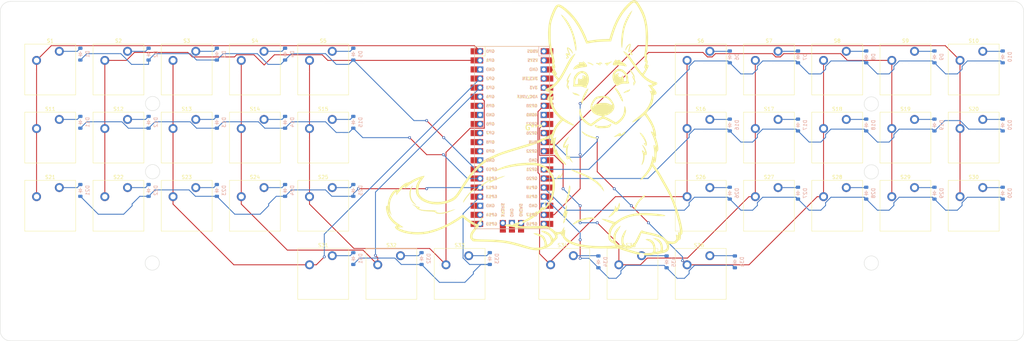
<source format=kicad_pcb>
(kicad_pcb (version 20221018) (generator pcbnew)
  (layers (0 "F.Cu" signal) (31 "B.Cu" signal) (34 "B.Paste" user) (35 "F.Paste" user) (36 "B.SilkS" user "B.Silkscreen") (37 "F.SilkS" user "F.Silkscreen") (38 "B.Mask" user) (39 "F.Mask" user) (44 "Edge.Cuts" user))
  (net 0 "")
  (net 1 "Row 0")
  (net 2 "Net-(D1-A)")
  (net 3 "Net-(D2-A)")
  (net 4 "Net-(D3-A)")
  (net 5 "Net-(D4-A)")
  (net 6 "Net-(D5-A)")
  (net 7 "Net-(D6-A)")
  (net 8 "Net-(D7-A)")
  (net 9 "Net-(D8-A)")
  (net 10 "Net-(D9-A)")
  (net 11 "Net-(D10-A)")
  (net 12 "Row 1")
  (net 13 "Net-(D11-A)")
  (net 14 "Net-(D12-A)")
  (net 15 "Net-(D13-A)")
  (net 16 "Net-(D14-A)")
  (net 17 "Net-(D15-A)")
  (net 18 "Net-(D16-A)")
  (net 19 "Net-(D17-A)")
  (net 20 "Net-(D18-A)")
  (net 21 "Net-(D19-A)")
  (net 22 "Net-(D20-A)")
  (net 23 "Row 2")
  (net 24 "Net-(D21-A)")
  (net 25 "Net-(D22-A)")
  (net 26 "Net-(D23-A)")
  (net 27 "Net-(D24-A)")
  (net 28 "Net-(D25-A)")
  (net 29 "Net-(D26-A)")
  (net 30 "Net-(D27-A)")
  (net 31 "Net-(D28-A)")
  (net 32 "Net-(D29-A)")
  (net 33 "Net-(D30-A)")
  (net 34 "Row 3")
  (net 35 "Net-(D31-A)")
  (net 36 "Net-(D32-A)")
  (net 37 "Net-(D33-A)")
  (net 38 "Net-(D34-A)")
  (net 39 "Net-(D35-A)")
  (net 40 "Net-(D36-A)")
  (net 41 "Col 0")
  (net 42 "Col 1")
  (net 43 "Col 2")
  (net 44 "Col 3")
  (net 45 "Col 4")
  (net 46 "Col 5")
  (net 47 "Col 6")
  (net 48 "Col 7")
  (net 49 "Col 8")
  (net 50 "Col 9")
  (net 51 "Row 4")
  (net 52 "Row 5")
  (net 53 "Row 6")
  (net 54 "Row 7")
  (footprint "ScottoKeebs_MX:MX_PCB_1.00u" (layer "F.Cu") (at 290.83 295.275)
    (fp_text reference "S35")
    (fp_text value "Keyswitch")
  )
  (footprint "ScottoKeebs_MX:MX_PCB_1.00u" (layer "F.Cu") (at 147.32 257.175)
    (fp_text reference "S12")
    (fp_text value "Keyswitch")
  )
  (footprint "ScottoKeebs_MX:MX_PCB_1.00u" (layer "F.Cu") (at 367.03 276.225)
    (fp_text reference "S29")
    (fp_text value "Keyswitch")
  )
  (footprint "ScottoKeebs_MX:MX_PCB_1.00u" (layer "F.Cu") (at 271.78 295.275)
    (fp_text reference "S34")
    (fp_text value "Keyswitch")
  )
  (footprint "ScottoKeebs_MX:MX_PCB_1.00u" (layer "F.Cu") (at 328.93 238.125)
    (fp_text reference "S7")
    (fp_text value "Keyswitch")
  )
  (footprint "ScottoKeebs_MX:MX_PCB_1.00u" (layer "F.Cu") (at 347.98 238.125)
    (fp_text reference "S8")
    (fp_text value "Keyswitch")
  )
  (footprint "ScottoKeebs_MX:MX_PCB_1.00u" (layer "F.Cu") (at 128.27 238.125)
    (fp_text reference "S1")
    (fp_text value "Keyswitch")
  )
  (footprint "ScottoKeebs_MX:MX_PCB_1.00u" (layer "F.Cu") (at 328.93 257.175)
    (fp_text reference "S17")
    (fp_text value "Keyswitch")
  )
  (footprint "ScottoKeebs_MX:MX_PCB_1.00u" (layer "F.Cu") (at 147.32 276.225)
    (fp_text reference "S22")
    (fp_text value "Keyswitch")
  )
  (footprint "ScottoKeebs_MX:MX_PCB_1.00u" (layer "F.Cu") (at 128.27 257.175)
    (fp_text reference "S11")
    (fp_text value "Keyswitch")
  )
  (footprint "ScottoKeebs_MX:MX_PCB_1.00u" (layer "F.Cu") (at 185.42 276.225)
    (fp_text reference "S24")
    (fp_text value "Keyswitch")
  )
  (footprint "ScottoKeebs_MX:MX_PCB_1.00u" (layer "F.Cu") (at 328.93 276.225)
    (fp_text reference "S27")
    (fp_text value "Keyswitch")
  )
  (footprint "ScottoKeebs_MX:MX_PCB_1.00u" (layer "F.Cu") (at 185.42 257.175)
    (fp_text reference "S14")
    (fp_text value "Keyswitch")
  )
  (footprint "ScottoKeebs_MX:MX_PCB_1.00u" (layer "F.Cu") (at 309.88 276.225)
    (fp_text reference "S26")
    (fp_text value "Keyswitch")
  )
  (footprint "ScottoKeebs_MX:MX_PCB_1.00u" (layer "F.Cu") (at 204.47 257.175)
    (fp_text reference "S15")
    (fp_text value "Keyswitch")
  )
  (footprint "ScottoKeebs_MCU:Raspberry_Pi_Pico" (layer "F.Cu") (at 257.175 257.175)
    (fp_text reference "U2" hide)
    (fp_text value "Raspberry_Pi_Pico" hide)
  )
  (footprint "ScottoKeebs_MX:MX_PCB_1.00u" (layer "F.Cu") (at 309.88 295.275)
    (fp_text reference "S36")
    (fp_text value "Keyswitch")
  )
  (footprint "ScottoKeebs_MX:MX_PCB_1.00u" (layer "F.Cu") (at 147.32 238.125)
    (fp_text reference "S2")
    (fp_text value "Keyswitch")
  )
  (footprint "ScottoKeebs_MX:MX_PCB_1.00u" (layer "F.Cu") (at 128.27 276.225)
    (fp_text reference "S21")
    (fp_text value "Keyswitch")
  )
  (footprint "ScottoKeebs_MX:MX_PCB_1.00u" (layer "F.Cu") (at 166.37 238.125)
    (fp_text reference "S3")
    (fp_text value "Keyswitch")
  )
  (footprint "graphics:gsd" (layer "F.Cu") (at 263.3 254.35)
    (fp_text reference "G***")
    (fp_text value "LOGO" hide)
  )
  (footprint "ScottoKeebs_MX:MX_PCB_1.00u" (layer "F.Cu") (at 386.08 276.225)
    (fp_text reference "S30")
    (fp_text value "Keyswitch")
  )
  (footprint "ScottoKeebs_MX:MX_PCB_1.00u" (layer "F.Cu") (at 185.42 238.125)
    (fp_text reference "S4")
    (fp_text value "Keyswitch")
  )
  (footprint "ScottoKeebs_MX:MX_PCB_1.00u" (layer "F.Cu") (at 309.88 257.175)
    (fp_text reference "S16")
    (fp_text value "Keyswitch")
  )
  (footprint "ScottoKeebs_MX:MX_PCB_1.00u" (layer "F.Cu") (at 166.37 257.175)
    (fp_text reference "S13")
    (fp_text value "Keyswitch")
  )
  (footprint "ScottoKeebs_MX:MX_PCB_1.00u" (layer "F.Cu") (at 347.98 276.225)
    (fp_text reference "S28")
    (fp_text value "Keyswitch")
  )
  (footprint "ScottoKeebs_MX:MX_PCB_1.00u" (layer "F.Cu") (at 347.98 257.175)
    (fp_text reference "S18")
    (fp_text value "Keyswitch")
  )
  (footprint "ScottoKeebs_MX:MX_PCB_1.00u" (layer "F.Cu") (at 223.52 295.275)
    (fp_text reference "S32")
    (fp_text value "Keyswitch")
  )
  (footprint "ScottoKeebs_MX:MX_PCB_1.00u" (layer "F.Cu") (at 204.47 238.125)
    (fp_text reference "S5")
    (fp_text value "Keyswitch")
  )
  (footprint "ScottoKeebs_MX:MX_PCB_1.00u" (layer "F.Cu") (at 386.08 238.125)
    (fp_text reference "S10")
    (fp_text value "Keyswitch")
  )
  (footprint "ScottoKeebs_MX:MX_PCB_1.00u" (layer "F.Cu") (at 204.47 295.275)
    (fp_text reference "S31")
    (fp_text value "Keyswitch")
  )
  (footprint "ScottoKeebs_MX:MX_PCB_1.00u" (layer "F.Cu") (at 166.37 276.225)
    (fp_text reference "S23")
    (fp_text value "Keyswitch")
  )
  (footprint "ScottoKeebs_MX:MX_PCB_1.00u" (layer "F.Cu") (at 367.03 257.175)
    (fp_text reference "S19")
    (fp_text value "Keyswitch")
  )
  (footprint "ScottoKeebs_MX:MX_PCB_1.00u" (layer "F.Cu") (at 309.88 238.125)
    (fp_text reference "S6")
    (fp_text value "Keyswitch")
  )
  (footprint "ScottoKeebs_MX:MX_PCB_1.00u" (layer "F.Cu") (at 242.57 295.275)
    (fp_text reference "S33")
    (fp_text value "Keyswitch")
  )
  (footprint "ScottoKeebs_MX:MX_PCB_1.00u" (layer "F.Cu") (at 386.08 257.175)
    (fp_text reference "S20")
    (fp_text value "Keyswitch")
  )
  (footprint "ScottoKeebs_MX:MX_PCB_1.00u" (layer "F.Cu") (at 367.03 238.125)
    (fp_text reference "S9")
    (fp_text value "Keyswitch")
  )
  (footprint "ScottoKeebs_MX:MX_PCB_1.00u" (layer "F.Cu") (at 204.47 276.225)
    (fp_text reference "S25")
    (fp_text value "Keyswitch")
  )
  (footprint "ScottoKeebs_Components:Diode_SOD-123" (layer "B.Cu") (at 155.73375 252.88875 90)
    (fp_text reference "D12")
    (fp_text value "Diode")
  )
  (footprint "ScottoKeebs_Components:Diode_SOD-123" (layer "B.Cu") (at 212.88375 290.98875 90)
    (fp_text reference "D31")
    (fp_text value "Diode")
  )
  (footprint "ScottoKeebs_Components:Diode_SOD-123" (layer "B.Cu") (at 356.07625 234.60375 90)
    (fp_text reference "D8")
    (fp_text value "Diode")
  )
  (footprint "ScottoKeebs_Components:Diode_SOD-123" (layer "B.Cu") (at 356.07625 272.70375 90)
    (fp_text reference "D28")
    (fp_text value "Diode")
  )
  (footprint "ScottoKeebs_Components:Diode_SOD-123" (layer "B.Cu") (at 193.83375 252.88875 90)
    (fp_text reference "D14")
    (fp_text value "Diode")
  )
  (footprint "ScottoKeebs_Components:Diode_SOD-123" (layer "B.Cu") (at 375.12625 234.60375 90)
    (fp_text reference "D9")
    (fp_text value "Diode")
  )
  (footprint "ScottoKeebs_Components:Diode_SOD-123" (layer "B.Cu") (at 319.405 291.9125 90)
    (fp_text reference "D36")
    (fp_text value "Diode")
  )
  (footprint "ScottoKeebs_Components:Diode_SOD-123" (layer "B.Cu") (at 394.17625 234.60375 90)
    (fp_text reference "D10")
    (fp_text value "Diode")
  )
  (footprint "ScottoKeebs_Components:Diode_SOD-123" (layer "B.Cu") (at 136.68375 271.93875 90)
    (fp_text reference "D21")
    (fp_text value "Diode")
  )
  (footprint "ScottoKeebs_Components:Diode_SOD-123" (layer "B.Cu") (at 317.97625 272.70375 90)
    (fp_text reference "D26")
    (fp_text value "Diode")
  )
  (footprint "ScottoKeebs_Components:Diode_SOD-123" (layer "B.Cu") (at 155.73375 233.83875 90)
    (fp_text reference "D2")
    (fp_text value "Diode")
  )
  (footprint "ScottoKeebs_Components:Diode_SOD-123" (layer "B.Cu") (at 174.78375 271.93875 90)
    (fp_text reference "D23")
    (fp_text value "Diode")
  )
  (footprint "ScottoKeebs_Components:Diode_SOD-123" (layer "B.Cu") (at 193.83375 233.83875 90)
    (fp_text reference "D4")
    (fp_text value "Diode")
  )
  (footprint "ScottoKeebs_Components:Diode_SOD-123" (layer "B.Cu") (at 337.02625 272.70375 90)
    (fp_text reference "D27")
    (fp_text value "Diode")
  )
  (footprint "ScottoKeebs_Components:Diode_SOD-123" (layer "B.Cu") (at 136.68375 252.88875 90)
    (fp_text reference "D11")
    (fp_text value "Diode")
  )
  (footprint "ScottoKeebs_Components:Diode_SOD-123" (layer "B.Cu") (at 394.17625 253.65375 90)
    (fp_text reference "D20")
    (fp_text value "Diode")
  )
  (footprint "ScottoKeebs_Components:Diode_SOD-123" (layer "B.Cu") (at 337.02625 253.65375 90)
    (fp_text reference "D17")
    (fp_text value "Diode")
  )
  (footprint "ScottoKeebs_Components:Diode_SOD-123" (layer "B.Cu") (at 337.02625 234.60375 90)
    (fp_text reference "D7")
    (fp_text value "Diode")
  )
  (footprint "ScottoKeebs_Components:Diode_SOD-123" (layer "B.Cu") (at 212.88375 233.83875 90)
    (fp_text reference "D5")
    (fp_text value "Diode")
  )
  (footprint "ScottoKeebs_Components:Diode_SOD-123" (layer "B.Cu") (at 300.355 291.9125 90)
    (fp_text reference "D35")
    (fp_text value "Diode")
  )
  (footprint "ScottoKeebs_Components:Diode_SOD-123" (layer "B.Cu") (at 212.88375 252.88875 90)
    (fp_text reference "D15")
    (fp_text value "Diode")
  )
  (footprint "ScottoKeebs_Components:Diode_SOD-123" (layer "B.Cu") (at 394.17625 272.70375 90)
    (fp_text reference "D30")
    (fp_text value "Diode")
  )
  (footprint "ScottoKeebs_Components:Diode_SOD-123" (layer "B.Cu") (at 193.83375 271.93875 90)
    (fp_text reference "D24")
    (fp_text value "Diode")
  )
  (footprint "ScottoKeebs_Components:Diode_SOD-123" (layer "B.Cu") (at 155.73375 271.93875 90)
    (fp_text reference "D22")
    (fp_text value "Diode")
  )
  (footprint "ScottoKeebs_Components:Diode_SOD-123" (layer "B.Cu") (at 317.97625 234.60375 90)
    (fp_text reference "D6")
    (fp_text value "Diode")
  )
  (footprint "ScottoKeebs_Components:Diode_SOD-123" (layer "B.Cu") (at 281.305 291.9125 90)
    (fp_text reference "D34")
    (fp_text value "Diode")
  )
  (footprint "ScottoKeebs_Components:Diode_SOD-123" (layer "B.Cu") (at 212.88375 271.93875 90)
    (fp_text reference "D25")
    (fp_text value "Diode")
  )
  (footprint "ScottoKeebs_Components:Diode_SOD-123" (layer "B.Cu") (at 174.78375 252.88875 90)
    (fp_text reference "D13")
    (fp_text value "Diode")
  )
  (footprint "ScottoKeebs_Components:Diode_SOD-123" (layer "B.Cu") (at 136.68375 233.83875 90)
    (fp_text reference "D1")
    (fp_text value "Diode")
  )
  (footprint "ScottoKeebs_Components:Diode_SOD-123" (layer "B.Cu") (at 174.78375 233.83875 90)
    (fp_text reference "D3")
    (fp_text value "Diode")
  )
  (footprint "ScottoKeebs_Components:Diode_SOD-123" (layer "B.Cu") (at 231.93375 290.98875 90)
    (fp_text reference "D32")
    (fp_text value "Diode")
  )
  (footprint "ScottoKeebs_Components:Diode_SOD-123" (layer "B.Cu") (at 356.07625 253.65375 90)
    (fp_text reference "D18")
    (fp_text value "Diode")
  )
  (footprint "ScottoKeebs_Components:Diode_SOD-123" (layer "B.Cu") (at 375.12625 253.65375 90)
    (fp_text reference "D19")
    (fp_text value "Diode")
  )
  (footprint "ScottoKeebs_Components:Diode_SOD-123" (layer "B.Cu") (at 375.12625 272.70375 90)
    (fp_text reference "D29")
    (fp_text value "Diode")
  )
  (footprint "ScottoKeebs_Components:Diode_SOD-123" (layer "B.Cu") (at 250.98375 290.98875 90)
    (fp_text reference "D33")
    (fp_text value "Diode")
  )
  (footprint "ScottoKeebs_Components:Diode_SOD-123" (layer "B.Cu") (at 317.97625 253.65375 90)
    (fp_text reference "D16")
    (fp_text value "Diode")
  )
  (gr_circle (center 156.845 266.7) (end 158.845 266.7) (stroke (width 0.1)) (fill none) (layer "Edge.Cuts"))
  (gr_circle (center 357.5 292.25) (end 359.5 292.25) (stroke (width 0.1)) (fill none) (layer "Edge.Cuts"))
  (gr_arc (start 397.15 219.05) (mid 399.20061 219.89939) (end 400.05 221.95) (stroke (width 0.1)) (layer "Edge.Cuts"))
  (gr_line (start 400.05 221.95) (end 400.1 311.1) (stroke (width 0.1)) (layer "Edge.Cuts"))
  (gr_circle (center 156.75 292.25) (end 158.75 292.25) (stroke (width 0.1)) (fill none) (layer "Edge.Cuts"))
  (gr_line (start 117.2 219.1) (end 397.15 219.05) (stroke (width 0.1)) (layer "Edge.Cuts"))
  (gr_line (start 114.3 311.1) (end 114.3 222) (stroke (width 0.1)) (layer "Edge.Cuts"))
  (gr_circle (center 156.845 247.65) (end 158.845 247.65) (stroke (width 0.1)) (fill none) (layer "Edge.Cuts"))
  (gr_arc (start 117.2 314) (mid 115.14939 313.15061) (end 114.3 311.1) (stroke (width 0.1)) (layer "Edge.Cuts"))
  (gr_line (start 397.2 314) (end 117.2 314) (stroke (width 0.1)) (layer "Edge.Cuts"))
  (gr_circle (center 357.5 266.75) (end 359.5 266.75) (stroke (width 0.1)) (fill none) (layer "Edge.Cuts"))
  (gr_arc (start 114.3 222) (mid 115.14939 219.94939) (end 117.2 219.1) (stroke (width 0.1)) (layer "Edge.Cuts"))
  (gr_arc (start 400.1 311.1) (mid 399.25061 313.15061) (end 397.2 314) (stroke (width 0.1)) (layer "Edge.Cuts"))
  (gr_circle (center 357.5 247.75) (end 359.5 247.75) (stroke (width 0.1)) (fill none) (layer "Edge.Cuts"))
  (segment (start 233.3625 252.4125) (end 238.125 257.175) (width 0.25) (layer "F.Cu") (net 1))
  (via (at 238.125 257.175) (size 0.8) (drill 0.4) (layers "F.Cu" "B.Cu") (net 1))
  (via (at 233.3625 252.4125) (size 0.8) (drill 0.4) (layers "F.Cu" "B.Cu") (net 1))
  (segment (start 155.73375 235.48875) (end 157.525113 233.697387) (width 0.25) (layer "B.Cu") (net 1))
  (segment (start 229.8075 252.4125) (end 233.3625 252.4125) (width 0.25) (layer "B.Cu") (net 1))
  (segment (start 136.68375 235.48875) (end 138.475113 233.697387) (width 0.25) (layer "B.Cu") (net 1))
  (segment (start 147.972387 233.697387) (end 150.97125 236.69625) (width 0.25) (layer "B.Cu") (net 1))
  (segment (start 169.126363 235.48875) (end 174.78375 235.48875) (width 0.25) (layer "B.Cu") (net 1))
  (segment (start 176.575113 233.697387) (end 186.072387 233.697387) (width 0.25) (layer "B.Cu") (net 1))
  (segment (start 157.525113 233.697387) (end 167.335 233.697387) (width 0.25) (layer "B.Cu") (net 1))
  (segment (start 193.83375 235.48875) (end 195.625113 233.697387) (width 0.25) (layer "B.Cu") (net 1))
  (segment (start 208.12125 236.69625) (end 211.67625 236.69625) (width 0.25) (layer "B.Cu") (net 1))
  (segment (start 138.475113 233.697387) (end 147.972387 233.697387) (width 0.25) (layer "B.Cu") (net 1))
  (segment (start 211.67625 236.69625) (end 212.88375 235.48875) (width 0.25) (layer "B.Cu") (net 1))
  (segment (start 155.73375 236.69625) (end 155.73375 235.48875) (width 0.25) (layer "B.Cu") (net 1))
  (segment (start 205.122387 233.697387) (end 208.12125 236.69625) (width 0.25) (layer "B.Cu") (net 1))
  (segment (start 195.625113 233.697387) (end 205.122387 233.697387) (width 0.25) (layer "B.Cu") (net 1))
  (segment (start 247.015 266.065) (end 248.285 266.065) (width 0.25) (layer "B.Cu") (net 1))
  (segment (start 150.97125 236.69625) (end 155.73375 236.69625) (width 0.25) (layer "B.Cu") (net 1))
  (segment (start 238.125 257.175) (end 247.015 266.065) (width 0.25) (layer "B.Cu") (net 1))
  (segment (start 174.78375 235.48875) (end 176.575113 233.697387) (width 0.25) (layer "B.Cu") (net 1))
  (segment (start 167.335 233.697387) (end 169.126363 235.48875) (width 0.25) (layer "B.Cu") (net 1))
  (segment (start 186.072387 233.697387) (end 189.07125 236.69625) (width 0.25) (layer "B.Cu") (net 1))
  (segment (start 189.07125 236.69625) (end 192.62625 236.69625) (width 0.25) (layer "B.Cu") (net 1))
  (segment (start 212.88375 235.48875) (end 229.8075 252.4125) (width 0.25) (layer "B.Cu") (net 1))
  (segment (start 192.62625 236.69625) (end 193.83375 235.48875) (width 0.25) (layer "B.Cu") (net 1))
  (segment (start 135.8275 233.045) (end 136.68375 232.18875) (width 0.25) (layer "B.Cu") (net 2))
  (segment (start 130.81 233.045) (end 135.8275 233.045) (width 0.25) (layer "B.Cu") (net 2))
  (segment (start 154.8775 233.045) (end 155.73375 232.18875) (width 0.25) (layer "B.Cu") (net 3))
  (segment (start 149.86 233.045) (end 154.8775 233.045) (width 0.25) (layer "B.Cu") (net 3))
  (segment (start 168.91 233.045) (end 173.9275 233.045) (width 0.25) (layer "B.Cu") (net 4))
  (segment (start 173.9275 233.045) (end 174.78375 232.18875) (width 0.25) (layer "B.Cu") (net 4))
  (segment (start 187.96 233.045) (end 192.9775 233.045) (width 0.25) (layer "B.Cu") (net 5))
  (segment (start 192.9775 233.045) (end 193.83375 232.18875) (width 0.25) (layer "B.Cu") (net 5))
  (segment (start 212.0275 233.045) (end 212.88375 232.18875) (width 0.25) (layer "B.Cu") (net 6))
  (segment (start 207.01 233.045) (end 212.0275 233.045) (width 0.25) (layer "B.Cu") (net 6))
  (segment (start 317.885 233.045) (end 317.97625 232.95375) (width 0.25) (layer "B.Cu") (net 7))
  (segment (start 312.42 233.045) (end 317.885 233.045) (width 0.25) (layer "B.Cu") (net 7))
  (segment (start 336.935 233.045) (end 337.02625 232.95375) (width 0.25) (layer "B.Cu") (net 8))
  (segment (start 331.47 233.045) (end 336.935 233.045) (width 0.25) (layer "B.Cu") (net 8))
  (segment (start 350.52 233.045) (end 355.985 233.045) (width 0.25) (layer "B.Cu") (net 9))
  (segment (start 355.985 233.045) (end 356.07625 232.95375) (width 0.25) (layer "B.Cu") (net 9))
  (segment (start 375.035 233.045) (end 375.12625 232.95375) (width 0.25) (layer "B.Cu") (net 10))
  (segment (start 369.57 233.045) (end 375.035 233.045) (width 0.25) (layer "B.Cu") (net 10))
  (segment (start 394.085 233.045) (end 394.17625 232.95375) (width 0.25) (layer "B.Cu") (net 11))
  (segment (start 388.62 233.045) (end 394.085 233.045) (width 0.25) (layer "B.Cu") (net 11))
  (segment (start 233.3625 261.9375) (end 238.0355 261.9375) (width 0.25) (layer "F.Cu") (net 12))
  (segment (start 228.6 257.175) (end 233.3625 261.9375) (width 0.25) (layer "F.Cu") (net 12))
  (via (at 238.0355 261.9375) (size 0.8) (drill 0.4) (layers "F.Cu" "B.Cu") (net 12))
  (via (at 228.6 257.175) (size 0.8) (drill 0.4) (layers "F.Cu" "B.Cu") (net 12))
  (segment (start 244.703 268.605) (end 248.285 268.605) (width 0.25) (layer "B.Cu") (net 12))
  (segment (start 169.126363 254.53875) (end 174.78375 254.53875) (width 0.25) (layer "B.Cu") (net 12))
  (segment (start 157.525113 252.747387) (end 167.335 252.747387) (width 0.25) (layer "B.Cu") (net 12))
  (segment (start 215.52 257.175) (end 228.6 257.175) (width 0.25) (layer "B.Cu") (net 12))
  (segment (start 186.385 252.747387) (end 188.176363 254.53875) (width 0.25) (layer "B.Cu") (net 12))
  (segment (start 167.335 252.747387) (end 169.126363 254.53875) (width 0.25) (layer "B.Cu") (net 12))
  (segment (start 238.0355 261.9375) (end 244.703 268.605) (width 0.25) (layer "B.Cu") (net 12))
  (segment (start 136.68375 254.53875) (end 138.475113 252.747387) (width 0.25) (layer "B.Cu") (net 12))
  (segment (start 205.122387 252.747387) (end 208.12125 255.74625) (width 0.25) (layer "B.Cu") (net 12))
  (segment (start 211.67625 255.74625) (end 212.88375 254.53875) (width 0.25) (layer "B.Cu") (net 12))
  (segment (start 150.076363 254.53875) (end 155.73375 254.53875) (width 0.25) (layer "B.Cu") (net 12))
  (segment (start 208.12125 255.74625) (end 211.67625 255.74625) (width 0.25) (layer "B.Cu") (net 12))
  (segment (start 188.176363 254.53875) (end 193.83375 254.53875) (width 0.25) (layer "B.Cu") (net 12))
  (segment (start 174.78375 254.53875) (end 176.575113 252.747387) (width 0.25) (layer "B.Cu") (net 12))
  (segment (start 212.88375 254.53875) (end 215.52 257.175) (width 0.25) (layer "B.Cu") (net 12))
  (segment (start 148.285 252.747387) (end 150.076363 254.53875) (width 0.25) (layer "B.Cu") (net 12))
  (segment (start 155.73375 254.53875) (end 157.525113 252.747387) (width 0.25) (layer "B.Cu") (net 12))
  (segment (start 193.83375 254.53875) (end 195.625113 252.747387) (width 0.25) (layer "B.Cu") (net 12))
  (segment (start 138.475113 252.747387) (end 148.285 252.747387) (width 0.25) (layer "B.Cu") (net 12))
  (segment (start 176.575113 252.747387) (end 186.385 252.747387) (width 0.25) (layer "B.Cu") (net 12))
  (segment (start 195.625113 252.747387) (end 205.122387 252.747387) (width 0.25) (layer "B.Cu") (net 12))
  (segment (start 130.81 252.095) (end 135.8275 252.095) (width 0.25) (layer "B.Cu") (net 13))
  (segment (start 135.8275 252.095) (end 136.68375 251.23875) (width 0.25) (layer "B.Cu") (net 13))
  (segment (start 149.86 252.095) (end 154.8775 252.095) (width 0.25) (layer "B.Cu") (net 14))
  (segment (start 154.8775 252.095) (end 155.73375 251.23875) (width 0.25) (layer "B.Cu") (net 14))
  (segment (start 168.91 252.095) (end 173.9275 252.095) (width 0.25) (layer "B.Cu") (net 15))
  (segment (start 173.9275 252.095) (end 174.78375 251.23875) (width 0.25) (layer "B.Cu") (net 15))
  (segment (start 192.9775 252.095) (end 193.83375 251.23875) (width 0.25) (layer "B.Cu") (net 16))
  (segment (start 187.96 252.095) (end 192.9775 252.095) (width 0.25) (layer "B.Cu") (net 16))
  (segment (start 207.01 252.095) (end 212.0275 252.095) (width 0.25) (layer "B.Cu") (net 17))
  (segment (start 212.0275 252.095) (end 212.88375 251.23875) (width 0.25) (layer "B.Cu") (net 17))
  (segment (start 312.42 252.095) (end 317.885 252.095) (width 0.25) (layer "B.Cu") (net 18))
  (segment (start 317.885 252.095) (end 317.97625 252.00375) (width 0.25) (layer "B.Cu") (net 18))
  (segment (start 331.47 252.095) (end 336.935 252.095) (width 0.25) (layer "B.Cu") (net 19))
  (segment (start 336.935 252.095) (end 337.02625 252.00375) (width 0.25) (layer "B.Cu") (net 19))
  (segment (start 350.52 252.095) (end 355.985 252.095) (width 0.25) (layer "B.Cu") (net 20))
  (segment (start 355.985 252.095) (end 356.07625 252.00375) (width 0.25) (layer "B.Cu") (net 20))
  (segment (start 375.035 252.095) (end 375.12625 252.00375) (width 0.25) (layer "B.Cu") (net 21))
  (segment (start 369.57 252.095) (end 375.035 252.095) (width 0.25) (layer "B.Cu") (net 21))
  (segment (start 388.62 252.095) (end 394.085 252.095) (width 0.25) (layer "B.Cu") (net 22))
  (segment (start 394.085 252.095) (end 394.17625 252.00375) (width 0.25) (layer "B.Cu") (net 22))
  (segment (start 214.3125 271.4625) (end 233.3625 271.4625) (width 0.25) (layer "F.Cu") (net 23))
  (via (at 214.3125 271.4625) (size 0.8) (drill 0.4) (layers "F.Cu" "B.Cu") (net 23))
  (via (at 233.3625 271.4625) (size 0.8) (drill 0.4) (layers "F.Cu" "B.Cu") (net 23))
  (segment (start 167.022387 271.797387) (end 168.81375 273.58875) (width 0.25) (layer "B.Cu") (net 23))
  (segment (start 136.68375 273.58875) (end 141.695 278.6) (width 0.25) (layer "B.Cu") (net 23))
  (segment (start 179.795 278.6) (end 186.875 278.6) (width 0.25) (layer "B.Cu") (net 23))
  (segment (start 233.68 271.145) (end 248.285 271.145) (width 0.25) (layer "B.Cu") (net 23))
  (segment (start 186.875 278.6) (end 189.25 276.225) (width 0.25) (layer "B.Cu") (net 23))
  (segment (start 233.3625 271.4625) (end 233.68 271.145) (width 0.25) (layer "B.Cu") (net 23))
  (segment (start 151.15 275.707233) (end 153.268483 273.58875) (width 0.25) (layer "B.Cu") (net 23))
  (segment (start 148.775 278.6) (end 151.15 276.225) (width 0.25) (layer "B.Cu") (net 23))
  (segment (start 168.81375 273.58875) (end 174.78375 273.58875) (width 0.25) (layer "B.Cu") (net 23))
  (segment (start 189.25 275.707233) (end 191.368483 273.58875) (width 0.25) (layer "B.Cu") (net 23))
  (segment (start 174.78375 273.58875) (end 179.795 278.6) (width 0.25) (layer "B.Cu") (net 23))
  (segment (start 153.268483 273.58875) (end 155.73375 273.58875) (width 0.25) (layer "B.Cu") (net 23))
  (segment (start 206.91375 273.58875) (end 212.88375 273.58875) (width 0.25) (layer "B.Cu") (net 23))
  (segment (start 191.368483 273.58875) (end 193.83375 273.58875) (width 0.25) (layer "B.Cu") (net 23))
  (segment (start 212.88375 273.58875) (end 212.88375 272.89125) (width 0.25) (layer "B.Cu") (net 23))
  (segment (start 155.73375 273.58875) (end 157.525113 271.797387) (width 0.25) (layer "B.Cu") (net 23))
  (segment (start 157.525113 271.797387) (end 167.022387 271.797387) (width 0.25) (layer "B.Cu") (net 23))
  (segment (start 141.695 278.6) (end 148.775 278.6) (width 0.25) (layer "B.Cu") (net 23))
  (segment (start 193.83375 273.58875) (end 195.625113 271.797387) (width 0.25) (layer "B.Cu") (net 23))
  (segment (start 189.25 276.225) (end 189.25 275.707233) (width 0.25) (layer "B.Cu") (net 23))
  (segment (start 151.15 276.225) (end 151.15 275.707233) (width 0.25) (layer "B.Cu") (net 23))
  (segment (start 195.625113 271.797387) (end 205.122387 271.797387) (width 0.25) (layer "B.Cu") (net 23))
  (segment (start 205.122387 271.797387) (end 206.91375 273.58875) (width 0.25) (layer "B.Cu") (net 23))
  (segment (start 212.88375 272.89125) (end 214.3125 271.4625) (width 0.25) (layer "B.Cu") (net 23))
  (segment (start 135.8275 271.145) (end 136.68375 270.28875) (width 0.25) (layer "B.Cu") (net 24))
  (segment (start 130.81 271.145) (end 135.8275 271.145) (width 0.25) (layer "B.Cu") (net 24))
  (segment (start 149.86 271.145) (end 154.8775 271.145) (width 0.25) (layer "B.Cu") (net 25))
  (segment (start 154.8775 271.145) (end 155.73375 270.28875) (width 0.25) (layer "B.Cu") (net 25))
  (segment (start 173.9275 271.145) (end 174.78375 270.28875) (width 0.25) (layer "B.Cu") (net 26))
  (segment (start 168.91 271.145) (end 173.9275 271.145) (width 0.25) (layer "B.Cu") (net 26))
  (segment (start 187.96 271.145) (end 192.9775 271.145) (width 0.25) (layer "B.Cu") (net 27))
  (segment (start 192.9775 271.145) (end 193.83375 270.28875) (width 0.25) (layer "B.Cu") (net 27))
  (segment (start 207.01 271.145) (end 212.0275 271.145) (width 0.25) (layer "B.Cu") (net 28))
  (segment (start 212.0275 271.145) (end 212.88375 270.28875) (width 0.25) (layer "B.Cu") (net 28))
  (segment (start 312.42 271.145) (end 317.885 271.145) (width 0.25) (layer "B.Cu") (net 29))
  (segment (start 317.885 271.145) (end 317.97625 271.05375) (width 0.25) (layer "B.Cu") (net 29))
  (segment (start 336.935 271.145) (end 337.02625 271.05375) (width 0.25) (layer "B.Cu") (net 30))
  (segment (start 331.47 271.145) (end 336.935 271.145) (width 0.25) (layer "B.Cu") (net 30))
  (segment (start 355.985 271.145) (end 356.07625 271.05375) (width 0.25) (layer "B.Cu") (net 31))
  (segment (start 350.52 271.145) (end 355.985 271.145) (width 0.25) (layer "B.Cu") (net 31))
  (segment (start 375.035 271.145) (end 375.12625 271.05375) (width 0.25) (layer "B.Cu") (net 32))
  (segment (start 369.57 271.145) (end 375.035 271.145) (width 0.25) (layer "B.Cu") (net 32))
  (segment (start 394.085 271.145) (end 394.17625 271.05375) (width 0.25) (layer "B.Cu") (net 33))
  (segment (start 388.62 271.145) (end 394.085 271.145) (width 0.25) (layer "B.Cu") (net 33))
  (segment (start 231.93375 292.63875) (end 236.945 297.65) (width 0.25) (layer "B.Cu") (net 34))
  (segment (start 236.945 297.65) (end 244.025 297.65) (width 0.25) (layer "B.Cu") (net 34))
  (segment (start 243.535 290.847387) (end 243.535 278.435) (width 0.25) (layer "B.Cu") (net 34))
  (segment (start 214.675113 290.847387) (end 224.485 290.847387) (width 0.25) (layer "B.Cu") (net 34))
  (segment (start 245.326363 292.63875) (end 243.535 290.847387) (width 0.25) (layer "B.Cu") (net 34))
  (segment (start 246.4 295.275) (end 246.4 294.757233) (width 0.25) (layer "B.Cu") (net 34))
  (segment (start 226.276363 292.63875) (end 231.93375 292.63875) (width 0.25) (layer "B.Cu") (net 34))
  (segment (start 243.535 278.435) (end 248.285 273.685) (width 0.25) (layer "B.Cu") (net 34))
  (segment (start 248.518483 292.63875) (end 250.98375 292.63875) (width 0.25) (layer "B.Cu") (net 34))
  (segment (start 246.4 294.757233) (end 248.518483 292.63875) (width 0.25) (layer "B.Cu") (net 34))
  (segment (start 224.485 290.847387) (end 226.276363 292.63875) (width 0.25) (layer "B.Cu") (net 34))
  (segment (start 244.025 297.65) (end 246.4 295.275) (width 0.25) (layer "B.Cu") (net 34))
  (segment (start 250.98375 292.63875) (end 245.326363 292.63875) (width 0.25) (layer "B.Cu") (net 34))
  (segment (start 212.88375 292.63875) (end 214.675113 290.847387) (width 0.25) (layer "B.Cu") (net 34))
  (segment (start 207.01 290.195) (end 212.0275 290.195) (width 0.25) (layer "B.Cu") (net 35))
  (segment (start 212.0275 290.195) (end 212.88375 289.33875) (width 0.25) (layer "B.Cu") (net 35))
  (segment (start 226.06 290.195) (end 231.0775 290.195) (width 0.25) (layer "B.Cu") (net 36))
  (segment (start 231.0775 290.195) (end 231.93375 289.33875) (width 0.25) (layer "B.Cu") (net 36))
  (segment (start 245.11 290.195) (end 250.1275 290.195) (width 0.25) (layer "B.Cu") (net 37))
  (segment (start 250.1275 290.195) (end 250.98375 289.33875) (width 0.25) (layer "B.Cu") (net 37))
  (segment (start 281.2375 290.195) (end 281.305 290.2625) (width 0.25) (layer "B.Cu") (net 38))
  (segment (start 274.32 290.195) (end 281.2375 290.195) (width 0.25) (layer "B.Cu") (net 38))
  (segment (start 300.2875 290.195) (end 300.355 290.2625) (width 0.25) (layer "B.Cu") (net 39))
  (segment (start 293.37 290.195) (end 300.2875 290.195) (width 0.25) (layer "B.Cu") (net 39))
  (segment (start 319.3375 290.195) (end 319.405 290.2625) (width 0.25) (layer "B.Cu") (net 40))
  (segment (start 312.42 290.195) (end 319.3375 290.195) (width 0.25) (layer "B.Cu") (net 40))
  (segment (start 246.71 231.47) (end 248.285 233.045) (width 0.25) (layer "F.Cu") (net 41))
  (segment (start 124.46 235.585) (end 124.46 273.685) (width 0.25) (layer "F.Cu") (net 41))
  (segment (start 124.46 235.585) (end 128.575 231.47) (width 0.25) (layer "F.Cu") (net 41))
  (segment (start 128.575 231.47) (end 246.71 231.47) (width 0.25) (layer "F.Cu") (net 41))
  (segment (start 185.135 234.01) (end 188 236.875) (width 0.25) (layer "F.Cu") (net 42))
  (segment (start 204.185 234.01) (end 205.76 235.585) (width 0.25) (layer "F.Cu") (net 42))
  (segment (start 143.51 235.585) (end 143.51 273.685) (width 0.25) (layer "F.Cu") (net 42))
  (segment (start 205.76 235.585) (end 248.285 235.585) (width 0.25) (layer "F.Cu") (net 42))
  (segment (start 179.7175 234.62) (end 180.3275 234.01) (width 0.25) (layer "F.Cu") (net 42))
  (segment (start 166.6875 233.3625) (end 167.945 234.62) (width 0.25) (layer "F.Cu") (net 42))
  (segment (start 188 236.875) (end 190.865 234.01) (width 0.25) (layer "F.Cu") (net 42))
  (segment (start 167.945 234.62) (end 179.7175 234.62) (width 0.25) (layer "F.Cu") (net 42))
  (segment (start 190.865 234.01) (end 204.185 234.01) (width 0.25) (layer "F.Cu") (net 42))
  (segment (start 180.3275 234.01) (end 185.135 234.01) (width 0.25) (layer "F.Cu") (net 42))
  (segment (start 149.547387 235.585) (end 151.769887 233.3625) (width 0.25) (layer "F.Cu") (net 42))
  (segment (start 151.769887 233.3625) (end 166.6875 233.3625) (width 0.25) (layer "F.Cu") (net 42))
  (segment (start 143.51 235.585) (end 149.547387 235.585) (width 0.25) (layer "F.Cu") (net 42))
  (segment (start 179.521243 292.735) (end 200.66 292.735) (width 0.25) (layer "F.Cu") (net 43))
  (segment (start 162.56 275.773757) (end 179.521243 292.735) (width 0.25) (layer "F.Cu") (net 43))
  (segment (start 200.66 292.735) (end 202.565 292.735) (width 0.25) (layer "F.Cu") (net 43))
  (segment (start 202.565 292.735) (end 204.7875 290.5125) (width 0.25) (layer "F.Cu") (net 43))
  (segment (start 162.56 235.585) (end 162.56 273.685) (width 0.25) (layer "F.Cu") (net 43))
  (segment (start 162.56 273.685) (end 162.56 275.773757) (width 0.25) (layer "F.Cu") (net 43))
  (via (at 204.7875 290.5125) (size 0.8) (drill 0.4) (layers "F.Cu" "B.Cu") (net 43))
  (segment (start 204.7875 284.1625) (end 248.285 240.665) (width 0.25) (layer "B.Cu") (net 43))
  (segment (start 204.7875 290.5125) (end 204.7875 284.1625) (width 0.25) (layer "B.Cu") (net 43))
  (segment (start 181.61 273.685) (end 181.61 275.773757) (width 0.25) (layer "F.Cu") (net 44))
  (segment (start 219.71 290.757887) (end 219.075 290.122887) (width 0.25) (layer "F.Cu") (net 44))
  (segment (start 181.61 275.773757) (end 194.456243 288.62) (width 0.25) (layer "F.Cu") (net 44))
  (segment (start 181.61 235.585) (end 181.61 273.685) (width 0.25) (layer "F.Cu") (net 44))
  (segment (start 219.71 292.735) (end 219.71 290.757887) (width 0.25) (layer "F.Cu") (net 44))
  (segment (start 215.595 288.62) (end 219.71 292.735) (width 0.25) (layer "F.Cu") (net 44))
  (segment (start 194.456243 288.62) (end 215.595 288.62) (width 0.25) (layer "F.Cu") (net 44))
  (via (at 219.075 290.122887) (size 0.8) (drill 0.4) (layers "F.Cu" "B.Cu") (net 44))
  (segment (start 219.075 272.415) (end 248.285 243.205) (width 0.25) (layer "B.Cu") (net 44))
  (segment (start 219.075 290.122887) (end 219.075 272.415) (width 0.25) (layer "B.Cu") (net 44))
  (segment (start 245.5225 254.54) (end 249.46 254.54) (width 0.25) (layer "F.Cu") (net 45))
  (segment (start 249.46 254.54) (end 249.46 246.92) (width 0.25) (layer "F.Cu") (net 45))
  (segment (start 238.76 292.735) (end 238.76 261.3025) (width 0.25) (layer "F.Cu") (net 45))
  (segment (start 238.76 261.3025) (end 245.5225 254.54) (width 0.25) (layer "F.Cu") (net 45))
  (segment (start 200.66 275.773757) (end 213.056243 288.17) (width 0.25) (layer "F.Cu") (net 45))
  (segment (start 234.195 288.17) (end 238.76 292.735) (width 0.25) (layer "F.Cu") (net 45))
  (segment (start 200.66 235.585) (end 200.66 273.685) (width 0.25) (layer "F.Cu") (net 45))
  (segment (start 249.46 246.92) (end 248.285 245.745) (width 0.25) (layer "F.Cu") (net 45))
  (segment (start 213.056243 288.17) (end 234.195 288.17) (width 0.25) (layer "F.Cu") (net 45))
  (segment (start 200.66 273.685) (end 200.66 275.773757) (width 0.25) (layer "F.Cu") (net 45))
  (segment (start 267.97 291.7825) (end 267.97 292.735) (width 0.25) (layer "F.Cu") (net 46))
  (segment (start 264.89 267.43) (end 264.44 266.98) (width 0.25) (layer "F.Cu") (net 46))
  (segment (start 286.0675 273.685) (end 267.97 291.7825) (width 0.25) (layer "F.Cu") (net 46))
  (segment (start 264.44 266.98) (end 264.44 249.91) (width 0.25) (layer "F.Cu") (net 46))
  (segment (start 306.07 273.685) (end 286.0675 273.685) (width 0.25) (layer "F.Cu") (net 46))
  (segment (start 306.07 235.585) (end 306.07 273.685) (width 0.25) (layer "F.Cu") (net 46))
  (segment (start 267.97 292.735) (end 264.89 289.655) (width 0.25) (layer "F.Cu") (net 46))
  (segment (start 264.44 249.91) (end 266.065 248.285) (width 0.25) (layer "F.Cu") (net 46))
  (segment (start 264.89 289.655) (end 264.89 267.43) (width 0.25) (layer "F.Cu") (net 46))
  (segment (start 293.057387 292.735) (end 287.02 292.735) (width 0.25) (layer "F.Cu") (net 47))
  (segment (start 325.12 235.585) (end 325.12 273.685) (width 0.25) (layer "F.Cu") (net 47))
  (segment (start 264.89 254.54) (end 266.065 253.365) (width 0.25) (layer "F.Cu") (net 47))
  (segment (start 264.89 262.16) (end 264.89 254.54) (width 0.25) (layer "F.Cu") (net 47))
  (segment (start 269.04 262.16) (end 264.89 262.16) (width 0.25) (layer "F.Cu") (net 47))
  (segment (start 287.02 287.02) (end 280.9875 280.9875) (width 0.25) (layer "F.Cu") (net 47))
  (segment (start 287.02 292.735) (end 287.02 287.02) (width 0.25) (layer "F.Cu") (net 47))
  (segment (start 271.4625 271.4625) (end 271.4625 264.5825) (width 0.25) (layer "F.Cu") (net 47))
  (segment (start 325.12 273.685) (end 323.352234 273.685) (width 0.25) (layer "F.Cu") (net 47))
  (segment (start 306.189847 290.847387) (end 294.945 290.847387) (width 0.25) (layer "F.Cu") (net 47))
  (segment (start 271.4625 264.5825) (end 269.04 262.16) (width 0.25) (layer "F.Cu") (net 47))
  (segment (start 323.352234 273.685) (end 306.189847 290.847387) (width 0.25) (layer "F.Cu") (net 47))
  (segment (start 276.225 280.9875) (end 276.225 276.225) (width 0.25) (layer "F.Cu") (net 47))
  (segment (start 294.945 290.847387) (end 293.057387 292.735) (width 0.25) (layer "F.Cu") (net 47))
  (via (at 280.9875 280.9875) (size 0.8) (drill 0.4) (layers "F.Cu" "B.Cu") (net 47))
  (via (at 276.225 280.9875) (size 0.8) (drill 0.4) (layers "F.Cu" "B.Cu") (net 47))
  (via (at 276.225 276.225) (size 0.8) (drill 0.4) (layers "F.Cu" "B.Cu") (net 47))
  (via (at 271.4625 271.4625) (size 0.8) (drill 0.4) (layers "F.Cu" "B.Cu") (net 47))
  (segment (start 276.225 276.225) (end 271.4625 271.4625) (width 0.25) (layer "B.Cu") (net 47))
  (segment (start 280.9875 280.9875) (end 276.225 280.9875) (width 0.25) (layer "B.Cu") (net 47))
  (segment (start 344.17 235.585) (end 344.17 273.685) (width 0.25) (layer "F.Cu") (net 48))
  (segment (start 342.402234 273.685) (end 323.352234 292.735) (width 0.25) (layer "F.Cu") (net 48))
  (segment (start 280.9875 266.7) (end 280.9875 257.175) (width 0.25) (layer "F.Cu") (net 48))
  (segment (start 344.17 273.685) (end 342.402234 273.685) (width 0.25) (layer "F.Cu") (net 48))
  (segment (start 295.275 280.9875) (end 290.5125 276.225) (width 0.25) (layer "F.Cu") (net 48))
  (segment (start 305.963113 292.735) (end 304.8 291.571887) (width 0.25) (layer "F.Cu") (net 48))
  (segment (start 285.75 271.4625) (end 280.9875 266.7) (width 0.25) (layer "F.Cu") (net 48))
  (segment (start 323.352234 292.735) (end 306.07 292.735) (width 0.25) (layer "F.Cu") (net 48))
  (segment (start 306.07 292.735) (end 305.963113 292.735) (width 0.25) (layer "F.Cu") (net 48))
  (via (at 285.75 271.4625) (size 0.8) (drill 0.4) (layers "F.Cu" "B.Cu") (net 48))
  (via (at 290.5125 276.225) (size 0.8) (drill 0.4) (layers "F.Cu" "B.Cu") (net 48))
  (via (at 280.9875 257.175) (size 0.8) (drill 0.4) (layers "F.Cu" "B.Cu") (net 48))
  (via (at 304.8 291.571887) (size 0.8) (drill 0.4) (layers "F.Cu" "B.Cu") (net 48))
  (via (at 295.275 280.9875) (size 0.8) (drill 0.4) (layers "F.Cu" "B.Cu") (net 48))
  (segment (start 304.8 290.5125) (end 295.275 280.9875) (width 0.25) (layer "B.Cu") (net 48))
  (segment (start 276.525305 262.6625) (end 272.8225 262.6625) (width 0.25) (layer "B.Cu") (net 48))
  (segment (start 272.8225 262.6625) (end 266.065 255.905) (width 0.25) (layer "B.Cu") (net 48))
  (segment (start 280.9875 258.200305) (end 276.525305 262.6625) (width 0.25) (layer "B.Cu") (net 48))
  (segment (start 280.9875 257.175) (end 280.9875 258.200305) (width 0.25) (layer "B.Cu") (net 48))
  (segment (start 290.5125 276.225) (end 285.75 271.4625) (width 0.25) (layer "B.Cu") (net 48))
  (segment (start 304.8 291.571887) (end 304.8 290.5125) (width 0.25) (layer "B.Cu") (net 48))
  (segment (start 332.122387 234.62) (end 330.817613 234.62) (width 0.25) (layer "F.Cu") (net 49))
  (segment (start 333.045 233.697387) (end 332.122387 234.62) (width 0.25) (layer "F.Cu") (net 49))
  (segment (start 363.22 235.585) (end 363.22 273.685) (width 0.25) (layer "F.Cu") (net 49))
  (segment (start 267.675 260.985) (end 266.065 260.985) (width 0.25) (layer "F.Cu") (net 49))
  (segment (start 348.945 233.697387) (end 333.045 233.697387) (width 0.25) (layer "F.Cu") (net 49))
  (segment (start 313.072387 234.62) (end 311.767613 234.62) (width 0.25) (layer "F.Cu") (net 49))
  (segment (start 350.832613 235.585) (end 348.945 233.697387) (width 0.25) (layer "F.Cu") (net 49))
  (segment (start 310.510113 233.3625) (end 295.2975 233.3625) (width 0.25) (layer "F.Cu") (net 49))
  (segment (start 329.895 233.697387) (end 313.995 233.697387) (width 0.25) (layer "F.Cu") (net 49))
  (segment (start 363.22 235.585) (end 350.832613 235.585) (width 0.25) (layer "F.Cu") (net 49))
  (segment (start 330.817613 234.62) (end 329.895 233.697387) (width 0.25) (layer "F.Cu") (net 49))
  (segment (start 311.767613 234.62) (end 310.510113 233.3625) (width 0.25) (layer "F.Cu") (net 49))
  (segment (start 313.995 233.697387) (end 313.072387 234.62) (width 0.25) (layer "F.Cu") (net 49))
  (segment (start 295.2975 233.3625) (end 267.675 260.985) (width 0.25) (layer "F.Cu") (net 49))
  (segment (start 276.225 261.9375) (end 276.225 271.4625) (width 0.25) (layer "F.Cu") (net 50))
  (segment (start 292.405 231.47) (end 276.225 247.65) (width 0.25) (layer "F.Cu") (net 50))
  (segment (start 382.27 235.585) (end 378.155 231.47) (width 0.25) (layer "F.Cu") (net 50))
  (segment (start 378.155 231.47) (end 292.405 231.47) (width 0.25) (layer "F.Cu") (net 50))
  (segment (start 268.9225 278.765) (end 266.065 278.765) (width 0.25) (layer "F.Cu") (net 50))
  (segment (start 276.225 271.4625) (end 268.9225 278.765) (width 0.25) (layer "F.Cu") (net 50))
  (segment (start 382.27 235.585) (end 382.27 273.685) (width 0.25) (layer "F.Cu") (net 50))
  (via (at 276.225 261.9375) (size 0.8) (drill 0.4) (layers "F.Cu" "B.Cu") (net 50))
  (via (at 276.225 247.65) (size 0.8) (drill 0.4) (layers "F.Cu" "B.Cu") (net 50))
  (segment (start 276.225 247.65) (end 276.225 261.9375) (width 0.25) (layer "B.Cu") (net 50))
  (segment (start 317.4725 235.75) (end 308.132387 235.75) (width 0.25) (layer "B.Cu") (net 51))
  (segment (start 344.74127 238.051497) (end 343.417767 239.375) (width 0.25) (layer "B.Cu") (net 51))
  (segment (start 306.64127 237.241117) (end 306.64127 238.051497) (width 0.25) (layer "B.Cu") (net 51))
  (segment (start 306.64127 238.051497) (end 278.627767 266.065) (width 0.25) (layer "B.Cu") (net 51))
  (segment (start 363.79127 237.241117) (end 363.79127 238.051497) (width 0.25) (layer "B.Cu") (net 51))
  (segment (start 355.5725 235.75) (end 346.232387 235.75) (width 0.25) (layer "B.Cu") (net 51))
  (segment (start 340.1475 239.375) (end 337.02625 236.25375) (width 0.25) (layer "B.Cu") (net 51))
  (segment (start 362.467767 239.375) (end 359.1975 239.375) (width 0.25) (layer "B.Cu") (net 51))
  (segment (start 336.5225 235.75) (end 327.182387 235.75) (width 0.25) (layer "B.Cu") (net 51))
  (segment (start 365.282387 235.75) (end 363.79127 237.241117) (width 0.25) (layer "B.Cu") (net 51))
  (segment (start 394.17625 236.25375) (end 393.6725 235.75) (width 0.25) (layer "B.Cu") (net 51))
  (segment (start 327.182387 235.75) (end 325.69127 237.241117) (width 0.25) (layer "B.Cu") (net 51))
  (segment (start 324.367767 239.375) (end 321.0975 239.375) (width 0.25) (layer "B.Cu") (net 51))
  (segment (start 381.517767 239.375) (end 378.2475 239.375) (width 0.25) (layer "B.Cu") (net 51))
  (segment (start 344.74127 237.241117) (end 344.74127 238.051497) (width 0.25) (layer "B.Cu") (net 51))
  (segment (start 343.417767 239.375) (end 340.1475 239.375) (width 0.25) (layer "B.Cu") (net 51))
  (segment (start 382.84127 237.241117) (end 382.84127 238.051497) (width 0.25) (layer "B.Cu") (net 51))
  (segment (start 359.1975 239.375) (end 356.07625 236.25375) (width 0.25) (layer "B.Cu") (net 51))
  (segment (start 374.6225 235.75) (end 365.282387 235.75) (width 0.25) (layer "B.Cu") (net 51))
  (segment (start 321.0975 239.375) (end 317.97625 236.25375) (width 0.25) (layer "B.Cu") (net 51))
  (segment (start 278.627767 266.065) (end 266.065 266.065) (width 0.25) (layer "B.Cu") (net 51))
  (segment (start 325.69127 237.241117) (end 325.69127 238.051497) (width 0.25) (layer "B.Cu") (net 51))
  (segment (start 308.132387 235.75) (end 306.64127 237.241117) (width 0.25) (layer "B.Cu") (net 51))
  (segment (start 378.2475 239.375) (end 375.12625 236.25375) (width 0.25) (layer "B.Cu") (net 51))
  (segment (start 317.97625 236.25375) (end 317.4725 235.75) (width 0.25) (layer "B.Cu") (net 51))
  (segment (start 346.232387 235.75) (end 344.74127 237.241117) (width 0.25) (layer "B.Cu") (net 51))
  (segment (start 363.79127 238.051497) (end 362.467767 239.375) (width 0.25) (layer "B.Cu") (net 51))
  (segment (start 393.6725 235.75) (end 384.332387 235.75) (width 0.25) (layer "B.Cu") (net 51))
  (segment (start 375.12625 236.25375) (end 374.6225 235.75) (width 0.25) (layer "B.Cu") (net 51))
  (segment (start 382.84127 238.051497) (end 381.517767 239.375) (width 0.25) (layer "B.Cu") (net 51))
  (segment (start 356.07625 236.25375) (end 355.5725 235.75) (width 0.25) (layer "B.Cu") (net 51))
  (segment (start 337.02625 236.25375) (end 336.5225 235.75) (width 0.25) (layer "B.Cu") (net 51))
  (segment (start 384.332387 235.75) (end 382.84127 237.241117) (width 0.25) (layer "B.Cu") (net 51))
  (segment (start 325.69127 238.051497) (end 324.367767 239.375) (width 0.25) (layer "B.Cu") (net 51))
  (segment (start 327.182387 254.8) (end 325.69127 256.291117) (width 0.25) (layer "B.Cu") (net 52))
  (segment (start 394.17625 255.30375) (end 393.6725 254.8) (width 0.25) (layer "B.Cu") (net 52))
  (segment (start 321.0975 258.425) (end 317.97625 255.30375) (width 0.25) (layer "B.Cu") (net 52))
  (segment (start 344.74127 256.291117) (end 344.74127 257.101497) (width 0.25) (layer "B.Cu") (net 52))
  (segment (start 336.5225 254.8) (end 327.182387 254.8) (width 0.25) (layer "B.Cu") (net 52))
  (segment (start 306.64127 256.291117) (end 306.64127 257.101497) (width 0.25) (layer "B.Cu") (net 52))
  (segment (start 306.64127 257.101497) (end 295.137767 268.605) (width 0.25) (layer "B.Cu") (net 52))
  (segment (start 374.6225 254.8) (end 365.282387 254.8) (width 0.25) (layer "B.Cu") (net 52))
  (segment (start 356.07625 255.30375) (end 355.5725 254.8) (width 0.25) (layer "B.Cu") (net 52))
  (segment (start 325.69127 257.101497) (end 324.367767 258.425) (width 0.25) (layer "B.Cu") (net 52))
  (segment (start 375.12625 255.30375) (end 374.6225 254.8) (width 0.25) (layer "B.Cu") (net 52))
  (segment (start 355.5725 254.8) (end 346.232387 254.8) (width 0.25) (layer "B.Cu") (net 52))
  (segment (start 317.4725 254.8) (end 308.132387 254.8) (width 0.25) (layer "B.Cu") (net 52))
  (segment (start 365.282387 254.8) (end 363.79127 256.291117) (width 0.25) (layer "B.Cu") (net 52))
  (segment (start 362.467767 258.425) (end 359.1975 258.425) (width 0.25) (layer "B.Cu") (net 52))
  (segment (start 340.1475 258.425) (end 337.02625 255.30375) (width 0.25) (layer "B.Cu") (net 52))
  (segment (start 337.02625 255.30375) (end 336.5225 254.8) (width 0.25) (layer "B.Cu") (net 52))
  (segment (start 325.69127 256.291117) (end 325.69127 257.101497) (width 0.25) (layer "B.Cu") (net 52))
  (segment (start 324.367767 258.425) (end 321.0975 258.425) (width 0.25) (layer "B.Cu") (net 52))
  (segment (start 384.662387 254.8) (end 382.274887 252.4125) (width 0.25) (layer "B.Cu") (net 52))
  (segment (start 343.417767 258.425) (end 340.1475 258.425) (width 0.25) (layer "B.Cu") (net 52))
  (segment (start 344.74127 257.101497) (end 343.417767 258.425) (width 0.25) (layer "B.Cu") (net 52))
  (segment (start 393.6725 254.8) (end 384.662387 254.8) (width 0.25) (layer "B.Cu") (net 52))
  (segment (start 382.274887 252.4125) (end 378.0175 252.4125) (width 0.25) (layer "B.Cu") (net 52))
  (segment (start 363.79127 257.101497) (end 362.467767 258.425) (width 0.25) (layer "B.Cu") (net 52))
  (segment (start 378.0175 252.4125) (end 375.12625 255.30375) (width 0.25) (layer "B.Cu") (net 52))
  (segment (start 363.79127 256.291117) (end 363.79127 257.101497) (width 0.25) (layer "B.Cu") (net 52))
  (segment (start 317.97625 255.30375) (end 317.4725 254.8) (width 0.25) (layer "B.Cu") (net 52))
  (segment (start 359.1975 258.425) (end 356.07625 255.30375) (width 0.25) (layer "B.Cu") (net 52))
  (segment (start 308.132387 254.8) (end 306.64127 256.291117) (width 0.25) (layer "B.Cu") (net 52))
  (segment (start 346.232387 254.8) (end 344.74127 256.291117) (width 0.25) (layer "B.Cu") (net 52))
  (segment (start 295.137767 268.605) (end 266.065 268.605) (width 0.25) (layer "B.Cu") (net 52))
  (segment (start 394.17625 274.35375) (end 393.6725 273.85) (width 0.25) (layer "B.Cu") (net 53))
  (segment (start 363.79127 276.151497) (end 362.467767 277.475) (width 0.25) (layer "B.Cu") (net 53))
  (segment (start 321.0975 277.475) (end 317.97625 274.35375) (width 0.25) (layer "B.Cu") (net 53))
  (segment (start 343.417767 277.475) (end 340.1475 277.475) (width 0.25) (layer "B.Cu") (net 53))
  (segment (start 375.12625 274.35375) (end 374.6225 273.85) (width 0.25) (layer "B.Cu") (net 53))
  (segment (start 344.74127 275.341117) (end 344.74127 276.151497) (width 0.25) (layer "B.Cu") (net 53))
  (segment (start 363.79127 275.341117) (end 363.79127 276.151497) (width 0.25) (layer "B.Cu") (net 53))
  (segment (start 356.07625 274.35375) (end 355.5725 273.85) (width 0.25) (layer "B.Cu") (net 53))
  (segment (start 382.84127 276.151497) (end 381.517767 277.475) (width 0.25) (layer "B.Cu") (net 53))
  (segment (start 337.02625 274.35375) (end 336.5225 273.85) (width 0.25) (layer "B.Cu") (net 53))
  (segment (start 306.64127 276.151497) (end 305.317767 277.475) (width 0.25) (layer "B.Cu") (net 53))
  (segment (start 355.5725 273.85) (end 346.232387 273.85) (width 0.25) (layer "B.Cu") (net 53))
  (segment (start 378.2475 277.475) (end 375.12625 274.35375) (width 0.25) (layer "B.Cu") (net 53))
  (segment (start 346.232387 273.85) (end 344.74127 275.341117) (width 0.25) (layer "B.Cu") (net 53))
  (segment (start 393.6725 273.85) (end 384.332387 273.85) (width 0.25) (layer "B.Cu") (net 53))
  (segment (start 340.1475 277.475) (end 337.02625 274.35375) (width 0.25) (layer "B.Cu") (net 53))
  (segment (start 365.282387 273.85) (end 363.79127 275.341117) (width 0.25) (layer "B.Cu") (net 53))
  (segment (start 308.132387 273.85) (end 306.64127 275.341117) (width 0.25) (layer "B.Cu") (net 53))
  (segment (start 325.69127 276.151497) (end 324.367767 277.475) (width 0.25) (layer "B.Cu") (net 53))
  (segment (start 344.74127 276.151497) (end 343.417767 277.475) (width 0.25) (layer "B.Cu") (net 53))
  (segment (start 381.517767 277.475) (end 378.2475 277.475) (width 0.25) (layer "B.Cu") (net 53))
  (segment (start 317.97625 274.35375) (end 317.4725 273.85) (width 0.25) (layer "B.Cu") (net 53))
  (segment (start 384.332387 273.85) (end 382.84127 275.341117) (width 0.25) (layer "B.Cu") (net 53))
  (segment (start 305.317767 277.475) (end 272.395 277.475) (width 0.25) (layer "B.Cu") (net 53))
  (segment (start 359.1975 277.475) (end 356.07625 274.35375) (width 0.25) (layer "B.Cu") (net 53))
  (segment (start 325.69127 275.341117) (end 325.69127 276.151497) (width 0.25) (layer "B.Cu") (net 53))
  (segment (start 336.5225 273.85) (end 327.182387 273.85) (width 0.25) (layer "B.Cu") (net 53))
  (segment (start 327.182387 273.85) (end 325.69127 275.341117) (width 0.25) (layer "B.Cu") (net 53))
  (segment (start 306.64127 275.341117) (end 306.64127 276.151497) (width 0.25) (layer "B.Cu") (net 53))
  (segment (start 374.6225 273.85) (end 365.282387 273.85) (width 0.25) (layer "B.Cu") (net 53))
  (segment (start 272.395 277.475) (end 266.065 271.145) (width 0.25) (layer "B.Cu") (net 53))
  (segment (start 317.4725 273.85) (end 308.132387 273.85) (width 0.25) (layer "B.Cu") (net 53))
  (segment (start 324.367767 277.475) (end 321.0975 277.475) (width 0.25) (layer "B.Cu") (net 53))
  (segment (start 382.84127 275.341117) (end 382.84127 276.151497) (width 0.25) (layer "B.Cu") (net 53))
  (segment (start 362.467767 277.475) (end 359.1975 277.475) (width 0.25) (layer "B.Cu") (net 53))
  (segment (start 276.225 290.9195) (end 276.225 285.75) (width 0.25) (layer "F.Cu") (net 54))
  (via (at 276.225 290.9195) (size 0.8) (drill 0.4) (layers "F.Cu" "B.Cu") (net 54))
  (via (at 276.225 285.75) (size 0.8) (drill 0.4) (layers "F.Cu" "B.Cu") (net 54))
  (segment (start 281.305 293.5625) (end 278.662 290.9195) (width 0.25) (layer "B.Cu") (net 54))
  (segment (start 299.6925 292.9) (end 289.082387 292.9) (width 0.25) (layer "B.Cu") (net 54))
  (segment (start 306.64127 295.201497) (end 305.317767 296.525) (width 0.25) (layer "B.Cu") (net 54))
  (segment (start 308.132387 292.9) (end 306.64127 294.391117) (width 0.25) (layer "B.Cu") (net 54))
  (segment (start 319.405 293.5625) (end 318.7425 292.9) (width 0.25) (layer "B.Cu") (net 54))
  (segment (start 276.225 285.75) (end 276.225 283.845) (width 0.25) (layer "B.Cu") (net 54))
  (segment (start 318.7425 292.9) (end 308.132387 292.9) (width 0.25) (layer "B.Cu") (net 54))
  (segment (start 286.267767 296.525) (end 284.2675 296.525) (width 0.25) (layer "B.Cu") (net 54))
  (segment (start 284.2675 296.525) (end 281.305 293.5625) (width 0.25) (layer "B.Cu") (net 54))
  (segment (start 289.082387 292.9) (end 287.59127 294.391117) (width 0.25) (layer "B.Cu") (net 54))
  (segment (start 306.64127 294.391117) (end 306.64127 295.201497) (width 0.25) (layer "B.Cu") (net 54))
  (segment (start 287.59127 295.201497) (end 286.267767 296.525) (width 0.25) (layer "B.Cu") (net 54))
  (segment (start 305.317767 296.525) (end 303.3175 296.525) (width 0.25) (layer "B.Cu") (net 54))
  (segment (start 303.3175 296.525) (end 300.355 293.5625) (width 0.25) (layer "B.Cu") (net 54))
  (segment (start 278.662 290.9195) (end 276.225 290.9195) (width 0.25) (layer "B.Cu") (net 54))
  (segment (start 287.59127 294.391117) (end 287.59127 295.201497) (width 0.25) (layer "B.Cu") (net 54))
  (segment (start 300.355 293.5625) (end 299.6925 292.9) (width 0.25) (layer "B.Cu") (net 54))
  (segment (start 276.225 283.845) (end 266.065 273.685) (width 0.25) (layer "B.Cu") (net 54))
)
</source>
